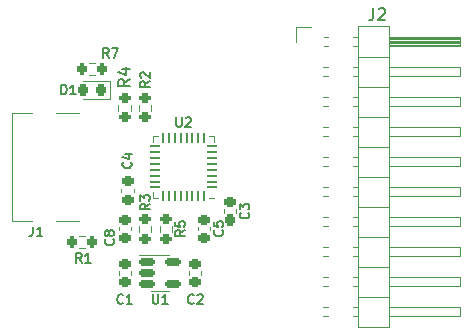
<source format=gto>
%TF.GenerationSoftware,KiCad,Pcbnew,5.99.0-unknown-4594d88417~130~ubuntu20.04.1*%
%TF.CreationDate,2021-06-30T06:14:20+07:00*%
%TF.ProjectId,PmodUsbUlpi,506d6f64-5573-4625-956c-70692e6b6963,1*%
%TF.SameCoordinates,Original*%
%TF.FileFunction,Legend,Top*%
%TF.FilePolarity,Positive*%
%FSLAX46Y46*%
G04 Gerber Fmt 4.6, Leading zero omitted, Abs format (unit mm)*
G04 Created by KiCad (PCBNEW 5.99.0-unknown-4594d88417~130~ubuntu20.04.1) date 2021-06-30 06:14:20*
%MOMM*%
%LPD*%
G01*
G04 APERTURE LIST*
G04 Aperture macros list*
%AMRoundRect*
0 Rectangle with rounded corners*
0 $1 Rounding radius*
0 $2 $3 $4 $5 $6 $7 $8 $9 X,Y pos of 4 corners*
0 Add a 4 corners polygon primitive as box body*
4,1,4,$2,$3,$4,$5,$6,$7,$8,$9,$2,$3,0*
0 Add four circle primitives for the rounded corners*
1,1,$1+$1,$2,$3*
1,1,$1+$1,$4,$5*
1,1,$1+$1,$6,$7*
1,1,$1+$1,$8,$9*
0 Add four rect primitives between the rounded corners*
20,1,$1+$1,$2,$3,$4,$5,0*
20,1,$1+$1,$4,$5,$6,$7,0*
20,1,$1+$1,$6,$7,$8,$9,0*
20,1,$1+$1,$8,$9,$2,$3,0*%
G04 Aperture macros list end*
%ADD10C,0.150000*%
%ADD11C,0.120000*%
%ADD12RoundRect,0.218750X0.218750X0.256250X-0.218750X0.256250X-0.218750X-0.256250X0.218750X-0.256250X0*%
%ADD13RoundRect,0.225000X0.250000X-0.225000X0.250000X0.225000X-0.250000X0.225000X-0.250000X-0.225000X0*%
%ADD14RoundRect,0.200000X0.275000X-0.200000X0.275000X0.200000X-0.275000X0.200000X-0.275000X-0.200000X0*%
%ADD15RoundRect,0.200000X0.200000X0.275000X-0.200000X0.275000X-0.200000X-0.275000X0.200000X-0.275000X0*%
%ADD16C,0.650000*%
%ADD17R,1.150000X0.300000*%
%ADD18O,1.600000X1.000000*%
%ADD19O,2.100000X1.000000*%
%ADD20RoundRect,0.225000X-0.250000X0.225000X-0.250000X-0.225000X0.250000X-0.225000X0.250000X0.225000X0*%
%ADD21RoundRect,0.225000X-0.225000X-0.250000X0.225000X-0.250000X0.225000X0.250000X-0.225000X0.250000X0*%
%ADD22RoundRect,0.150000X-0.512500X-0.150000X0.512500X-0.150000X0.512500X0.150000X-0.512500X0.150000X0*%
%ADD23RoundRect,0.062500X0.375000X0.062500X-0.375000X0.062500X-0.375000X-0.062500X0.375000X-0.062500X0*%
%ADD24RoundRect,0.062500X0.062500X0.375000X-0.062500X0.375000X-0.062500X-0.375000X0.062500X-0.375000X0*%
%ADD25R,3.300000X3.300000*%
%ADD26RoundRect,0.200000X-0.275000X0.200000X-0.275000X-0.200000X0.275000X-0.200000X0.275000X0.200000X0*%
%ADD27C,1.448000*%
%ADD28R,1.700000X1.700000*%
%ADD29O,1.700000X1.700000*%
G04 APERTURE END LIST*
D10*
X140909523Y-93861904D02*
X140909523Y-93061904D01*
X141100000Y-93061904D01*
X141214285Y-93100000D01*
X141290476Y-93176190D01*
X141328571Y-93252380D01*
X141366666Y-93404761D01*
X141366666Y-93519047D01*
X141328571Y-93671428D01*
X141290476Y-93747619D01*
X141214285Y-93823809D01*
X141100000Y-93861904D01*
X140909523Y-93861904D01*
X142128571Y-93861904D02*
X141671428Y-93861904D01*
X141900000Y-93861904D02*
X141900000Y-93061904D01*
X141823809Y-93176190D01*
X141747619Y-93252380D01*
X141671428Y-93290476D01*
X145285714Y-106133333D02*
X145323809Y-106171428D01*
X145361904Y-106285714D01*
X145361904Y-106361904D01*
X145323809Y-106476190D01*
X145247619Y-106552380D01*
X145171428Y-106590476D01*
X145019047Y-106628571D01*
X144904761Y-106628571D01*
X144752380Y-106590476D01*
X144676190Y-106552380D01*
X144600000Y-106476190D01*
X144561904Y-106361904D01*
X144561904Y-106285714D01*
X144600000Y-106171428D01*
X144638095Y-106133333D01*
X144904761Y-105676190D02*
X144866666Y-105752380D01*
X144828571Y-105790476D01*
X144752380Y-105828571D01*
X144714285Y-105828571D01*
X144638095Y-105790476D01*
X144600000Y-105752380D01*
X144561904Y-105676190D01*
X144561904Y-105523809D01*
X144600000Y-105447619D01*
X144638095Y-105409523D01*
X144714285Y-105371428D01*
X144752380Y-105371428D01*
X144828571Y-105409523D01*
X144866666Y-105447619D01*
X144904761Y-105523809D01*
X144904761Y-105676190D01*
X144942857Y-105752380D01*
X144980952Y-105790476D01*
X145057142Y-105828571D01*
X145209523Y-105828571D01*
X145285714Y-105790476D01*
X145323809Y-105752380D01*
X145361904Y-105676190D01*
X145361904Y-105523809D01*
X145323809Y-105447619D01*
X145285714Y-105409523D01*
X145209523Y-105371428D01*
X145057142Y-105371428D01*
X144980952Y-105409523D01*
X144942857Y-105447619D01*
X144904761Y-105523809D01*
X148361904Y-103133333D02*
X147980952Y-103400000D01*
X148361904Y-103590476D02*
X147561904Y-103590476D01*
X147561904Y-103285714D01*
X147600000Y-103209523D01*
X147638095Y-103171428D01*
X147714285Y-103133333D01*
X147828571Y-103133333D01*
X147904761Y-103171428D01*
X147942857Y-103209523D01*
X147980952Y-103285714D01*
X147980952Y-103590476D01*
X147561904Y-102866666D02*
X147561904Y-102371428D01*
X147866666Y-102638095D01*
X147866666Y-102523809D01*
X147904761Y-102447619D01*
X147942857Y-102409523D01*
X148019047Y-102371428D01*
X148209523Y-102371428D01*
X148285714Y-102409523D01*
X148323809Y-102447619D01*
X148361904Y-102523809D01*
X148361904Y-102752380D01*
X148323809Y-102828571D01*
X148285714Y-102866666D01*
X144916666Y-90761904D02*
X144650000Y-90380952D01*
X144459523Y-90761904D02*
X144459523Y-89961904D01*
X144764285Y-89961904D01*
X144840476Y-90000000D01*
X144878571Y-90038095D01*
X144916666Y-90114285D01*
X144916666Y-90228571D01*
X144878571Y-90304761D01*
X144840476Y-90342857D01*
X144764285Y-90380952D01*
X144459523Y-90380952D01*
X145183333Y-89961904D02*
X145716666Y-89961904D01*
X145373809Y-90761904D01*
X138483333Y-105061904D02*
X138483333Y-105633333D01*
X138445238Y-105747619D01*
X138369047Y-105823809D01*
X138254761Y-105861904D01*
X138178571Y-105861904D01*
X139283333Y-105861904D02*
X138826190Y-105861904D01*
X139054761Y-105861904D02*
X139054761Y-105061904D01*
X138978571Y-105176190D01*
X138902380Y-105252380D01*
X138826190Y-105290476D01*
X148361904Y-92754880D02*
X147980952Y-93021547D01*
X148361904Y-93212023D02*
X147561904Y-93212023D01*
X147561904Y-92907261D01*
X147600000Y-92831071D01*
X147638095Y-92792976D01*
X147714285Y-92754880D01*
X147828571Y-92754880D01*
X147904761Y-92792976D01*
X147942857Y-92831071D01*
X147980952Y-92907261D01*
X147980952Y-93212023D01*
X147638095Y-92450119D02*
X147600000Y-92412023D01*
X147561904Y-92335833D01*
X147561904Y-92145357D01*
X147600000Y-92069166D01*
X147638095Y-92031071D01*
X147714285Y-91992976D01*
X147790476Y-91992976D01*
X147904761Y-92031071D01*
X148361904Y-92488214D01*
X148361904Y-91992976D01*
X146116666Y-111535714D02*
X146078571Y-111573809D01*
X145964285Y-111611904D01*
X145888095Y-111611904D01*
X145773809Y-111573809D01*
X145697619Y-111497619D01*
X145659523Y-111421428D01*
X145621428Y-111269047D01*
X145621428Y-111154761D01*
X145659523Y-111002380D01*
X145697619Y-110926190D01*
X145773809Y-110850000D01*
X145888095Y-110811904D01*
X145964285Y-110811904D01*
X146078571Y-110850000D01*
X146116666Y-110888095D01*
X146878571Y-111611904D02*
X146421428Y-111611904D01*
X146650000Y-111611904D02*
X146650000Y-110811904D01*
X146573809Y-110926190D01*
X146497619Y-111002380D01*
X146421428Y-111040476D01*
X156735714Y-103883333D02*
X156773809Y-103921428D01*
X156811904Y-104035714D01*
X156811904Y-104111904D01*
X156773809Y-104226190D01*
X156697619Y-104302380D01*
X156621428Y-104340476D01*
X156469047Y-104378571D01*
X156354761Y-104378571D01*
X156202380Y-104340476D01*
X156126190Y-104302380D01*
X156050000Y-104226190D01*
X156011904Y-104111904D01*
X156011904Y-104035714D01*
X156050000Y-103921428D01*
X156088095Y-103883333D01*
X156011904Y-103616666D02*
X156011904Y-103121428D01*
X156316666Y-103388095D01*
X156316666Y-103273809D01*
X156354761Y-103197619D01*
X156392857Y-103159523D01*
X156469047Y-103121428D01*
X156659523Y-103121428D01*
X156735714Y-103159523D01*
X156773809Y-103197619D01*
X156811904Y-103273809D01*
X156811904Y-103502380D01*
X156773809Y-103578571D01*
X156735714Y-103616666D01*
X146785714Y-99633333D02*
X146823809Y-99671428D01*
X146861904Y-99785714D01*
X146861904Y-99861904D01*
X146823809Y-99976190D01*
X146747619Y-100052380D01*
X146671428Y-100090476D01*
X146519047Y-100128571D01*
X146404761Y-100128571D01*
X146252380Y-100090476D01*
X146176190Y-100052380D01*
X146100000Y-99976190D01*
X146061904Y-99861904D01*
X146061904Y-99785714D01*
X146100000Y-99671428D01*
X146138095Y-99633333D01*
X146328571Y-98947619D02*
X146861904Y-98947619D01*
X146023809Y-99138095D02*
X146595238Y-99328571D01*
X146595238Y-98833333D01*
X148640476Y-110811904D02*
X148640476Y-111459523D01*
X148678571Y-111535714D01*
X148716666Y-111573809D01*
X148792857Y-111611904D01*
X148945238Y-111611904D01*
X149021428Y-111573809D01*
X149059523Y-111535714D01*
X149097619Y-111459523D01*
X149097619Y-110811904D01*
X149897619Y-111611904D02*
X149440476Y-111611904D01*
X149669047Y-111611904D02*
X149669047Y-110811904D01*
X149592857Y-110926190D01*
X149516666Y-111002380D01*
X149440476Y-111040476D01*
X150640476Y-95811904D02*
X150640476Y-96459523D01*
X150678571Y-96535714D01*
X150716666Y-96573809D01*
X150792857Y-96611904D01*
X150945238Y-96611904D01*
X151021428Y-96573809D01*
X151059523Y-96535714D01*
X151097619Y-96459523D01*
X151097619Y-95811904D01*
X151440476Y-95888095D02*
X151478571Y-95850000D01*
X151554761Y-95811904D01*
X151745238Y-95811904D01*
X151821428Y-95850000D01*
X151859523Y-95888095D01*
X151897619Y-95964285D01*
X151897619Y-96040476D01*
X151859523Y-96154761D01*
X151402380Y-96611904D01*
X151897619Y-96611904D01*
X152116666Y-111535714D02*
X152078571Y-111573809D01*
X151964285Y-111611904D01*
X151888095Y-111611904D01*
X151773809Y-111573809D01*
X151697619Y-111497619D01*
X151659523Y-111421428D01*
X151621428Y-111269047D01*
X151621428Y-111154761D01*
X151659523Y-111002380D01*
X151697619Y-110926190D01*
X151773809Y-110850000D01*
X151888095Y-110811904D01*
X151964285Y-110811904D01*
X152078571Y-110850000D01*
X152116666Y-110888095D01*
X152421428Y-110888095D02*
X152459523Y-110850000D01*
X152535714Y-110811904D01*
X152726190Y-110811904D01*
X152802380Y-110850000D01*
X152840476Y-110888095D01*
X152878571Y-110964285D01*
X152878571Y-111040476D01*
X152840476Y-111154761D01*
X152383333Y-111611904D01*
X152878571Y-111611904D01*
X146702380Y-92592976D02*
X146226190Y-92926309D01*
X146702380Y-93164404D02*
X145702380Y-93164404D01*
X145702380Y-92783452D01*
X145750000Y-92688214D01*
X145797619Y-92640595D01*
X145892857Y-92592976D01*
X146035714Y-92592976D01*
X146130952Y-92640595D01*
X146178571Y-92688214D01*
X146226190Y-92783452D01*
X146226190Y-93164404D01*
X146035714Y-91735833D02*
X146702380Y-91735833D01*
X145654761Y-91973928D02*
X146369047Y-92212023D01*
X146369047Y-91592976D01*
X151361904Y-105383333D02*
X150980952Y-105650000D01*
X151361904Y-105840476D02*
X150561904Y-105840476D01*
X150561904Y-105535714D01*
X150600000Y-105459523D01*
X150638095Y-105421428D01*
X150714285Y-105383333D01*
X150828571Y-105383333D01*
X150904761Y-105421428D01*
X150942857Y-105459523D01*
X150980952Y-105535714D01*
X150980952Y-105840476D01*
X150561904Y-104659523D02*
X150561904Y-105040476D01*
X150942857Y-105078571D01*
X150904761Y-105040476D01*
X150866666Y-104964285D01*
X150866666Y-104773809D01*
X150904761Y-104697619D01*
X150942857Y-104659523D01*
X151019047Y-104621428D01*
X151209523Y-104621428D01*
X151285714Y-104659523D01*
X151323809Y-104697619D01*
X151361904Y-104773809D01*
X151361904Y-104964285D01*
X151323809Y-105040476D01*
X151285714Y-105078571D01*
X154535714Y-105383333D02*
X154573809Y-105421428D01*
X154611904Y-105535714D01*
X154611904Y-105611904D01*
X154573809Y-105726190D01*
X154497619Y-105802380D01*
X154421428Y-105840476D01*
X154269047Y-105878571D01*
X154154761Y-105878571D01*
X154002380Y-105840476D01*
X153926190Y-105802380D01*
X153850000Y-105726190D01*
X153811904Y-105611904D01*
X153811904Y-105535714D01*
X153850000Y-105421428D01*
X153888095Y-105383333D01*
X153811904Y-104659523D02*
X153811904Y-105040476D01*
X154192857Y-105078571D01*
X154154761Y-105040476D01*
X154116666Y-104964285D01*
X154116666Y-104773809D01*
X154154761Y-104697619D01*
X154192857Y-104659523D01*
X154269047Y-104621428D01*
X154459523Y-104621428D01*
X154535714Y-104659523D01*
X154573809Y-104697619D01*
X154611904Y-104773809D01*
X154611904Y-104964285D01*
X154573809Y-105040476D01*
X154535714Y-105078571D01*
X142616666Y-108111904D02*
X142350000Y-107730952D01*
X142159523Y-108111904D02*
X142159523Y-107311904D01*
X142464285Y-107311904D01*
X142540476Y-107350000D01*
X142578571Y-107388095D01*
X142616666Y-107464285D01*
X142616666Y-107578571D01*
X142578571Y-107654761D01*
X142540476Y-107692857D01*
X142464285Y-107730952D01*
X142159523Y-107730952D01*
X143378571Y-108111904D02*
X142921428Y-108111904D01*
X143150000Y-108111904D02*
X143150000Y-107311904D01*
X143073809Y-107426190D01*
X142997619Y-107502380D01*
X142921428Y-107540476D01*
X167321666Y-86582380D02*
X167321666Y-87296666D01*
X167274047Y-87439523D01*
X167178809Y-87534761D01*
X167035952Y-87582380D01*
X166940714Y-87582380D01*
X167750238Y-86677619D02*
X167797857Y-86630000D01*
X167893095Y-86582380D01*
X168131190Y-86582380D01*
X168226428Y-86630000D01*
X168274047Y-86677619D01*
X168321666Y-86772857D01*
X168321666Y-86868095D01*
X168274047Y-87010952D01*
X167702619Y-87582380D01*
X168321666Y-87582380D01*
D11*
X144985000Y-92765000D02*
X142700000Y-92765000D01*
X144985000Y-94235000D02*
X144985000Y-92765000D01*
X142700000Y-94235000D02*
X144985000Y-94235000D01*
X145740000Y-105390580D02*
X145740000Y-105109420D01*
X146760000Y-105390580D02*
X146760000Y-105109420D01*
X148522500Y-105487258D02*
X148522500Y-105012742D01*
X147477500Y-105487258D02*
X147477500Y-105012742D01*
X143737258Y-91227500D02*
X143262742Y-91227500D01*
X143737258Y-92272500D02*
X143262742Y-92272500D01*
X138420000Y-104580000D02*
X136715000Y-104580000D01*
X140430000Y-104580000D02*
X142350000Y-104580000D01*
X142350000Y-95420000D02*
X140430000Y-95420000D01*
X136715000Y-104580000D02*
X136715000Y-95420000D01*
X136715000Y-95420000D02*
X138420000Y-95420000D01*
X147477500Y-95237258D02*
X147477500Y-94762742D01*
X148522500Y-95237258D02*
X148522500Y-94762742D01*
X145740000Y-108859420D02*
X145740000Y-109140580D01*
X146760000Y-108859420D02*
X146760000Y-109140580D01*
X154690000Y-103609420D02*
X154690000Y-103890580D01*
X155710000Y-103609420D02*
X155710000Y-103890580D01*
X147010000Y-101859420D02*
X147010000Y-102140580D01*
X145990000Y-101859420D02*
X145990000Y-102140580D01*
X149250000Y-107440000D02*
X150050000Y-107440000D01*
X149250000Y-107440000D02*
X147450000Y-107440000D01*
X149250000Y-110560000D02*
X150050000Y-110560000D01*
X149250000Y-110560000D02*
X148450000Y-110560000D01*
X149115000Y-102610000D02*
X148640000Y-102610000D01*
X153385000Y-102610000D02*
X153860000Y-102610000D01*
X148640000Y-97390000D02*
X148640000Y-97865000D01*
X149115000Y-97390000D02*
X148640000Y-97390000D01*
X153385000Y-97390000D02*
X153860000Y-97390000D01*
X148640000Y-102610000D02*
X148640000Y-102135000D01*
X153860000Y-97390000D02*
X153860000Y-97865000D01*
X152760000Y-108859420D02*
X152760000Y-109140580D01*
X151740000Y-108859420D02*
X151740000Y-109140580D01*
X146772500Y-94762742D02*
X146772500Y-95237258D01*
X145727500Y-94762742D02*
X145727500Y-95237258D01*
X149227500Y-105012742D02*
X149227500Y-105487258D01*
X150272500Y-105012742D02*
X150272500Y-105487258D01*
X152490000Y-105109420D02*
X152490000Y-105390580D01*
X153510000Y-105109420D02*
X153510000Y-105390580D01*
X142887258Y-105827500D02*
X142412742Y-105827500D01*
X142887258Y-106872500D02*
X142412742Y-106872500D01*
X174640000Y-109340000D02*
X174640000Y-110100000D01*
X174640000Y-104260000D02*
X174640000Y-105020000D01*
X163042929Y-105020000D02*
X163497071Y-105020000D01*
X168640000Y-104260000D02*
X174640000Y-104260000D01*
X174640000Y-89020000D02*
X174640000Y-89780000D01*
X165582929Y-102480000D02*
X165980000Y-102480000D01*
X165582929Y-94860000D02*
X165980000Y-94860000D01*
X165582929Y-89020000D02*
X165980000Y-89020000D01*
X163042929Y-92320000D02*
X163497071Y-92320000D01*
X165980000Y-100830000D02*
X168640000Y-100830000D01*
X163042929Y-99180000D02*
X163497071Y-99180000D01*
X165582929Y-110100000D02*
X165980000Y-110100000D01*
X165980000Y-88070000D02*
X165980000Y-113590000D01*
X160730000Y-88130000D02*
X162000000Y-88130000D01*
X163042929Y-99940000D02*
X163497071Y-99940000D01*
X165582929Y-99940000D02*
X165980000Y-99940000D01*
X168640000Y-111880000D02*
X174640000Y-111880000D01*
X163110000Y-89020000D02*
X163497071Y-89020000D01*
X163042929Y-111880000D02*
X163497071Y-111880000D01*
X174640000Y-99940000D02*
X168640000Y-99940000D01*
X163042929Y-97400000D02*
X163497071Y-97400000D01*
X165582929Y-111880000D02*
X165980000Y-111880000D01*
X165582929Y-101720000D02*
X165980000Y-101720000D01*
X165980000Y-95750000D02*
X168640000Y-95750000D01*
X174640000Y-102480000D02*
X168640000Y-102480000D01*
X163042929Y-96640000D02*
X163497071Y-96640000D01*
X168640000Y-91560000D02*
X174640000Y-91560000D01*
X168640000Y-109340000D02*
X174640000Y-109340000D01*
X165582929Y-92320000D02*
X165980000Y-92320000D01*
X168640000Y-89320000D02*
X174640000Y-89320000D01*
X165582929Y-91560000D02*
X165980000Y-91560000D01*
X168640000Y-89200000D02*
X174640000Y-89200000D01*
X165582929Y-89780000D02*
X165980000Y-89780000D01*
X174640000Y-99180000D02*
X174640000Y-99940000D01*
X174640000Y-92320000D02*
X168640000Y-92320000D01*
X165582929Y-107560000D02*
X165980000Y-107560000D01*
X163042929Y-91560000D02*
X163497071Y-91560000D01*
X168640000Y-101720000D02*
X174640000Y-101720000D01*
X165980000Y-90670000D02*
X168640000Y-90670000D01*
X174640000Y-107560000D02*
X168640000Y-107560000D01*
X165980000Y-108450000D02*
X168640000Y-108450000D01*
X168640000Y-94100000D02*
X174640000Y-94100000D01*
X163042929Y-110100000D02*
X163497071Y-110100000D01*
X174640000Y-111880000D02*
X174640000Y-112640000D01*
X174640000Y-89780000D02*
X168640000Y-89780000D01*
X174640000Y-94100000D02*
X174640000Y-94860000D01*
X163042929Y-106800000D02*
X163497071Y-106800000D01*
X163042929Y-94100000D02*
X163497071Y-94100000D01*
X168640000Y-99180000D02*
X174640000Y-99180000D01*
X165582929Y-104260000D02*
X165980000Y-104260000D01*
X163110000Y-89780000D02*
X163497071Y-89780000D01*
X163042929Y-102480000D02*
X163497071Y-102480000D01*
X165582929Y-109340000D02*
X165980000Y-109340000D01*
X165582929Y-94100000D02*
X165980000Y-94100000D01*
X168640000Y-96640000D02*
X174640000Y-96640000D01*
X163042929Y-112640000D02*
X163497071Y-112640000D01*
X165980000Y-103370000D02*
X168640000Y-103370000D01*
X168640000Y-106800000D02*
X174640000Y-106800000D01*
X160730000Y-89400000D02*
X160730000Y-88130000D01*
X174640000Y-97400000D02*
X168640000Y-97400000D01*
X174640000Y-94860000D02*
X168640000Y-94860000D01*
X163042929Y-104260000D02*
X163497071Y-104260000D01*
X165980000Y-105910000D02*
X168640000Y-105910000D01*
X168640000Y-89560000D02*
X174640000Y-89560000D01*
X174640000Y-91560000D02*
X174640000Y-92320000D01*
X165582929Y-105020000D02*
X165980000Y-105020000D01*
X168640000Y-89440000D02*
X174640000Y-89440000D01*
X163042929Y-101720000D02*
X163497071Y-101720000D01*
X165980000Y-93210000D02*
X168640000Y-93210000D01*
X165582929Y-97400000D02*
X165980000Y-97400000D01*
X174640000Y-101720000D02*
X174640000Y-102480000D01*
X165582929Y-106800000D02*
X165980000Y-106800000D01*
X163042929Y-94860000D02*
X163497071Y-94860000D01*
X165582929Y-99180000D02*
X165980000Y-99180000D01*
X168640000Y-89080000D02*
X174640000Y-89080000D01*
X163042929Y-107560000D02*
X163497071Y-107560000D01*
X174640000Y-106800000D02*
X174640000Y-107560000D01*
X165980000Y-98290000D02*
X168640000Y-98290000D01*
X174640000Y-96640000D02*
X174640000Y-97400000D01*
X165582929Y-96640000D02*
X165980000Y-96640000D01*
X163042929Y-109340000D02*
X163497071Y-109340000D01*
X165980000Y-113590000D02*
X168640000Y-113590000D01*
X168640000Y-89680000D02*
X174640000Y-89680000D01*
X165582929Y-112640000D02*
X165980000Y-112640000D01*
X174640000Y-105020000D02*
X168640000Y-105020000D01*
X168640000Y-88070000D02*
X165980000Y-88070000D01*
X168640000Y-89020000D02*
X174640000Y-89020000D01*
X165980000Y-110990000D02*
X168640000Y-110990000D01*
X174640000Y-110100000D02*
X168640000Y-110100000D01*
X174640000Y-112640000D02*
X168640000Y-112640000D01*
X168640000Y-113590000D02*
X168640000Y-88070000D01*
%LPC*%
D12*
X144287500Y-93500000D03*
X142712500Y-93500000D03*
D13*
X146250000Y-106025000D03*
X146250000Y-104475000D03*
D14*
X148000000Y-106075000D03*
X148000000Y-104425000D03*
D15*
X144325000Y-91750000D03*
X142675000Y-91750000D03*
D16*
X143105000Y-97110000D03*
X143105000Y-102890000D03*
D17*
X144170000Y-96650000D03*
X144170000Y-97450000D03*
X144170000Y-98750000D03*
X144170000Y-99750000D03*
X144170000Y-100250000D03*
X144170000Y-101250000D03*
X144170000Y-102550000D03*
X144170000Y-103350000D03*
X144170000Y-103050000D03*
X144170000Y-102250000D03*
X144170000Y-101750000D03*
X144170000Y-100750000D03*
X144170000Y-99250000D03*
X144170000Y-98250000D03*
X144170000Y-97750000D03*
X144170000Y-96950000D03*
D18*
X139425000Y-104320000D03*
D19*
X143605000Y-95680000D03*
X143605000Y-104320000D03*
D18*
X139425000Y-95680000D03*
D14*
X148000000Y-95825000D03*
X148000000Y-94175000D03*
D20*
X146250000Y-108225000D03*
X146250000Y-109775000D03*
X155200000Y-102975000D03*
D21*
X155200000Y-104525000D03*
D20*
X146500000Y-101225000D03*
X146500000Y-102775000D03*
D22*
X148112500Y-108050000D03*
X148112500Y-109000000D03*
X148112500Y-109950000D03*
X150387500Y-109950000D03*
X150387500Y-108050000D03*
D23*
X153687500Y-101750000D03*
X153687500Y-101250000D03*
X153687500Y-100750000D03*
X153687500Y-100250000D03*
X153687500Y-99750000D03*
X153687500Y-99250000D03*
X153687500Y-98750000D03*
X153687500Y-98250000D03*
D24*
X153000000Y-97562500D03*
X152500000Y-97562500D03*
X152000000Y-97562500D03*
X151500000Y-97562500D03*
X151000000Y-97562500D03*
X150500000Y-97562500D03*
X150000000Y-97562500D03*
X149500000Y-97562500D03*
D23*
X148812500Y-98250000D03*
X148812500Y-98750000D03*
X148812500Y-99250000D03*
X148812500Y-99750000D03*
X148812500Y-100250000D03*
X148812500Y-100750000D03*
X148812500Y-101250000D03*
X148812500Y-101750000D03*
D24*
X149500000Y-102437500D03*
X150000000Y-102437500D03*
X150500000Y-102437500D03*
X151000000Y-102437500D03*
X151500000Y-102437500D03*
X152000000Y-102437500D03*
X152500000Y-102437500D03*
X153000000Y-102437500D03*
D25*
X151250000Y-100000000D03*
D20*
X152250000Y-108225000D03*
X152250000Y-109775000D03*
D26*
X146250000Y-94175000D03*
X146250000Y-95825000D03*
X149750000Y-104425000D03*
X149750000Y-106075000D03*
D20*
X153000000Y-104475000D03*
X153000000Y-106025000D03*
D27*
X140000000Y-93750000D03*
D15*
X143475000Y-106350000D03*
X141825000Y-106350000D03*
D27*
X140000000Y-106250000D03*
D28*
X162000000Y-89400000D03*
D29*
X164540000Y-89400000D03*
X162000000Y-91940000D03*
X164540000Y-91940000D03*
X162000000Y-94480000D03*
X164540000Y-94480000D03*
X162000000Y-97020000D03*
X164540000Y-97020000D03*
X162000000Y-99560000D03*
X164540000Y-99560000D03*
X162000000Y-102100000D03*
X164540000Y-102100000D03*
X162000000Y-104640000D03*
X164540000Y-104640000D03*
X162000000Y-107180000D03*
X164540000Y-107180000D03*
X162000000Y-109720000D03*
X164540000Y-109720000D03*
X162000000Y-112260000D03*
X164540000Y-112260000D03*
M02*

</source>
